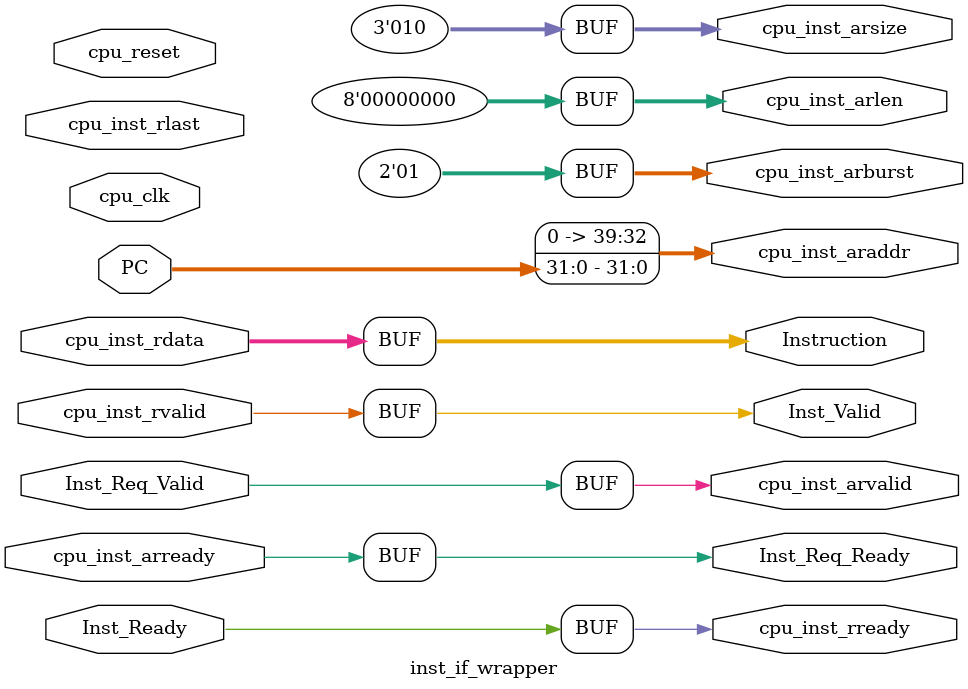
<source format=v>
/* =========================================
* AXI wrapper for custom CPU in the FPGA
* evaluation platform
*
* Author: Yisong Chang (changyisong@ict.ac.cn)
* Date: 29/02/2020
* Version: v0.0.1
*===========================================
*/

`timescale 10 ns / 1 ns

module inst_if_wrapper (
	input           cpu_clk,
	input           cpu_reset,

	//Instruction request channel
	input  [31:0]   PC,
	input           Inst_Req_Valid,
	output          Inst_Req_Ready,

	//Instruction response channel
	output [31:0]   Instruction,
	output          Inst_Valid,
	input           Inst_Ready,

	//AXI AR Channel for instruction
	output [39:0]	cpu_inst_araddr,
	input		cpu_inst_arready,
	output		cpu_inst_arvalid,
	output [ 2:0]	cpu_inst_arsize,
	output [ 1:0]	cpu_inst_arburst,
	output [ 7:0]	cpu_inst_arlen,

	//AXI R Channel for instruction
	input  [31:0]	cpu_inst_rdata,
	output		cpu_inst_rready,
	input		cpu_inst_rvalid,
	input		cpu_inst_rlast
);


/* CPU Inst AR channel */
assign cpu_inst_arsize  = 3'b010;
assign cpu_inst_arburst = 2'b01;
assign cpu_inst_arlen   = 8'd0;

assign cpu_inst_araddr   = {8'd0, PC};
assign cpu_inst_arvalid  = Inst_Req_Valid;
assign Inst_Req_Ready    = cpu_inst_arready;

assign Instruction  = cpu_inst_rdata;
assign Inst_Valid   = cpu_inst_rvalid;
assign cpu_inst_rready = Inst_Ready;	

endmodule


</source>
